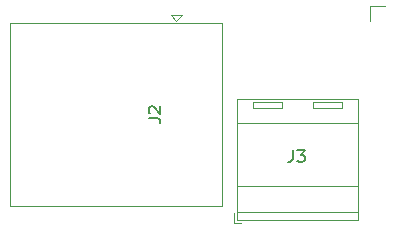
<source format=gbr>
G04 #@! TF.GenerationSoftware,KiCad,Pcbnew,5.99.0-unknown-2a1594d~86~ubuntu18.04.1*
G04 #@! TF.CreationDate,2020-02-12T17:40:13+02:00*
G04 #@! TF.ProjectId,adapter,61646170-7465-4722-9e6b-696361645f70,rev?*
G04 #@! TF.SameCoordinates,Original*
G04 #@! TF.FileFunction,Legend,Top*
G04 #@! TF.FilePolarity,Positive*
%FSLAX46Y46*%
G04 Gerber Fmt 4.6, Leading zero omitted, Abs format (unit mm)*
G04 Created by KiCad (PCBNEW 5.99.0-unknown-2a1594d~86~ubuntu18.04.1) date 2020-02-12 17:40:13*
%MOMM*%
%LPD*%
G01*
G04 APERTURE LIST*
%ADD10C,0.120000*%
%ADD11C,0.150000*%
%ADD12R,2.100000X2.100000*%
%ADD13O,2.100000X2.100000*%
%ADD14R,3.400000X3.400000*%
%ADD15C,3.400000*%
%ADD16C,1.900000*%
%ADD17R,1.900000X1.900000*%
%ADD18C,3.600000*%
G04 APERTURE END LIST*
D10*
X80230000Y-40730000D02*
X81500000Y-40730000D01*
X80230000Y-42000000D02*
X80230000Y-40730000D01*
X68660000Y-59100000D02*
X69260000Y-59100000D01*
X68660000Y-58260000D02*
X68660000Y-59100000D01*
X77830000Y-48890000D02*
X77830000Y-49390000D01*
X75330000Y-48890000D02*
X75330000Y-49390000D01*
X75330000Y-49390000D02*
X77830000Y-49390000D01*
X75330000Y-48890000D02*
X77830000Y-48890000D01*
X72750000Y-48890000D02*
X72750000Y-49390000D01*
X70250000Y-48890000D02*
X70250000Y-49390000D01*
X70250000Y-49390000D02*
X72750000Y-49390000D01*
X70250000Y-48890000D02*
X72750000Y-48890000D01*
X79180000Y-48580000D02*
X68900000Y-48580000D01*
X79180000Y-58860000D02*
X79180000Y-48580000D01*
X68900000Y-58860000D02*
X79180000Y-58860000D01*
X68900000Y-48580000D02*
X68900000Y-58860000D01*
X68900000Y-50640000D02*
X79180000Y-50640000D01*
X68900000Y-56000000D02*
X79180000Y-56000000D01*
X68900000Y-58200000D02*
X79180000Y-58200000D01*
X63305000Y-41470000D02*
X63805000Y-41970000D01*
X64305000Y-41470000D02*
X63305000Y-41470000D01*
X63805000Y-41970000D02*
X64305000Y-41470000D01*
X49725000Y-42155000D02*
X49725000Y-57675000D01*
X67685000Y-57675000D02*
X49725000Y-57675000D01*
X67685000Y-57675000D02*
X67685000Y-42155000D01*
X67685000Y-42155000D02*
X49725000Y-42155000D01*
D11*
X73666666Y-52952380D02*
X73666666Y-53666666D01*
X73619047Y-53809523D01*
X73523809Y-53904761D01*
X73380952Y-53952380D01*
X73285714Y-53952380D01*
X74047619Y-52952380D02*
X74666666Y-52952380D01*
X74333333Y-53333333D01*
X74476190Y-53333333D01*
X74571428Y-53380952D01*
X74619047Y-53428571D01*
X74666666Y-53523809D01*
X74666666Y-53761904D01*
X74619047Y-53857142D01*
X74571428Y-53904761D01*
X74476190Y-53952380D01*
X74190476Y-53952380D01*
X74095238Y-53904761D01*
X74047619Y-53857142D01*
X61452380Y-50248333D02*
X62166666Y-50248333D01*
X62309523Y-50295952D01*
X62404761Y-50391190D01*
X62452380Y-50534047D01*
X62452380Y-50629285D01*
X61547619Y-49819761D02*
X61500000Y-49772142D01*
X61452380Y-49676904D01*
X61452380Y-49438809D01*
X61500000Y-49343571D01*
X61547619Y-49295952D01*
X61642857Y-49248333D01*
X61738095Y-49248333D01*
X61880952Y-49295952D01*
X62452380Y-49867380D01*
X62452380Y-49248333D01*
%LPC*%
D12*
X81500000Y-42000000D03*
D13*
X81500000Y-47080000D03*
X81500000Y-52160000D03*
X81500000Y-57240000D03*
D14*
X71500000Y-53500000D03*
D15*
X76580000Y-53500000D03*
D16*
X66345000Y-54360000D03*
X63805000Y-53090000D03*
X66345000Y-51820000D03*
X63805000Y-50550000D03*
X66345000Y-49280000D03*
X63805000Y-48010000D03*
X66345000Y-46740000D03*
D17*
X63805000Y-45470000D03*
D18*
X57455000Y-44200000D03*
X57455000Y-55630000D03*
M02*

</source>
